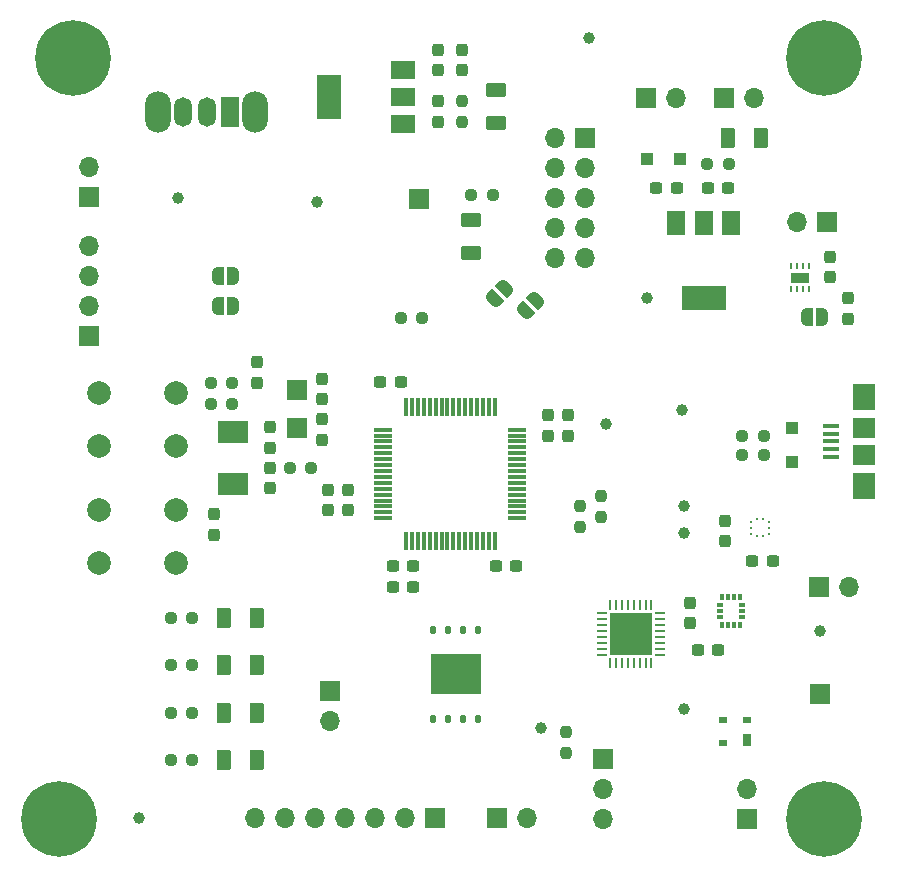
<source format=gbr>
%TF.GenerationSoftware,KiCad,Pcbnew,8.0.0-8.0.0-1~ubuntu22.04.1*%
%TF.CreationDate,2024-03-08T11:34:30-08:00*%
%TF.ProjectId,A1-FlightComputer,41312d46-6c69-4676-9874-436f6d707574,rev?*%
%TF.SameCoordinates,Original*%
%TF.FileFunction,Soldermask,Top*%
%TF.FilePolarity,Negative*%
%FSLAX46Y46*%
G04 Gerber Fmt 4.6, Leading zero omitted, Abs format (unit mm)*
G04 Created by KiCad (PCBNEW 8.0.0-8.0.0-1~ubuntu22.04.1) date 2024-03-08 11:34:30*
%MOMM*%
%LPD*%
G01*
G04 APERTURE LIST*
G04 Aperture macros list*
%AMRoundRect*
0 Rectangle with rounded corners*
0 $1 Rounding radius*
0 $2 $3 $4 $5 $6 $7 $8 $9 X,Y pos of 4 corners*
0 Add a 4 corners polygon primitive as box body*
4,1,4,$2,$3,$4,$5,$6,$7,$8,$9,$2,$3,0*
0 Add four circle primitives for the rounded corners*
1,1,$1+$1,$2,$3*
1,1,$1+$1,$4,$5*
1,1,$1+$1,$6,$7*
1,1,$1+$1,$8,$9*
0 Add four rect primitives between the rounded corners*
20,1,$1+$1,$2,$3,$4,$5,0*
20,1,$1+$1,$4,$5,$6,$7,0*
20,1,$1+$1,$6,$7,$8,$9,0*
20,1,$1+$1,$8,$9,$2,$3,0*%
%AMFreePoly0*
4,1,19,0.499999,-0.750000,0.000000,-0.750000,0.000000,-0.744912,-0.071157,-0.744911,-0.207708,-0.704816,-0.327430,-0.627875,-0.420627,-0.520320,-0.479746,-0.390866,-0.500000,-0.250000,-0.500000,0.250000,-0.479746,0.390866,-0.420627,0.520320,-0.327430,0.627875,-0.207708,0.704816,-0.071157,0.744911,0.000000,0.744912,0.000000,0.750000,0.499999,0.750000,0.499999,-0.750000,0.499999,-0.750000,
$1*%
%AMFreePoly1*
4,1,19,0.000000,0.744912,0.071157,0.744911,0.207708,0.704816,0.327430,0.627875,0.420627,0.520320,0.479746,0.390866,0.500000,0.250000,0.500000,-0.250000,0.479746,-0.390866,0.420627,-0.520320,0.327430,-0.627875,0.207708,-0.704816,0.071157,-0.744911,0.000000,-0.744912,0.000000,-0.750000,-0.499999,-0.750000,-0.499999,0.750000,0.000000,0.750000,0.000000,0.744912,0.000000,0.744912,
$1*%
G04 Aperture macros list end*
%ADD10RoundRect,0.237500X0.300000X0.237500X-0.300000X0.237500X-0.300000X-0.237500X0.300000X-0.237500X0*%
%ADD11RoundRect,0.237500X-0.237500X0.300000X-0.237500X-0.300000X0.237500X-0.300000X0.237500X0.300000X0*%
%ADD12RoundRect,0.250000X0.375000X0.625000X-0.375000X0.625000X-0.375000X-0.625000X0.375000X-0.625000X0*%
%ADD13RoundRect,0.237500X0.237500X-0.300000X0.237500X0.300000X-0.237500X0.300000X-0.237500X-0.300000X0*%
%ADD14R,1.700000X1.700000*%
%ADD15O,1.700000X1.700000*%
%ADD16FreePoly0,225.000000*%
%ADD17FreePoly1,225.000000*%
%ADD18RoundRect,0.237500X-0.250000X-0.237500X0.250000X-0.237500X0.250000X0.237500X-0.250000X0.237500X0*%
%ADD19RoundRect,0.250000X0.625000X-0.375000X0.625000X0.375000X-0.625000X0.375000X-0.625000X-0.375000X0*%
%ADD20RoundRect,0.237500X0.250000X0.237500X-0.250000X0.237500X-0.250000X-0.237500X0.250000X-0.237500X0*%
%ADD21C,1.000000*%
%ADD22RoundRect,0.237500X-0.237500X0.250000X-0.237500X-0.250000X0.237500X-0.250000X0.237500X0.250000X0*%
%ADD23RoundRect,0.125000X0.125000X-0.200000X0.125000X0.200000X-0.125000X0.200000X-0.125000X-0.200000X0*%
%ADD24R,4.300000X3.400000*%
%ADD25R,1.800000X1.750000*%
%ADD26C,6.400000*%
%ADD27RoundRect,0.075000X-0.700000X-0.075000X0.700000X-0.075000X0.700000X0.075000X-0.700000X0.075000X0*%
%ADD28RoundRect,0.075000X-0.075000X-0.700000X0.075000X-0.700000X0.075000X0.700000X-0.075000X0.700000X0*%
%ADD29RoundRect,0.250000X-0.300000X0.300000X-0.300000X-0.300000X0.300000X-0.300000X0.300000X0.300000X0*%
%ADD30R,2.500000X1.900000*%
%ADD31FreePoly0,180.000000*%
%ADD32FreePoly1,180.000000*%
%ADD33R,1.400000X0.400000*%
%ADD34R,1.900000X2.300000*%
%ADD35R,1.900000X1.800000*%
%ADD36C,2.000000*%
%ADD37R,1.500000X2.000000*%
%ADD38R,3.800000X2.000000*%
%ADD39RoundRect,0.237500X-0.300000X-0.237500X0.300000X-0.237500X0.300000X0.237500X-0.300000X0.237500X0*%
%ADD40O,2.200000X3.500000*%
%ADD41R,1.500000X2.500000*%
%ADD42O,1.500000X2.500000*%
%ADD43RoundRect,0.250000X-0.625000X0.375000X-0.625000X-0.375000X0.625000X-0.375000X0.625000X0.375000X0*%
%ADD44R,0.351536X0.576580*%
%ADD45R,0.576580X0.351536*%
%ADD46RoundRect,0.062500X0.062500X-0.375000X0.062500X0.375000X-0.062500X0.375000X-0.062500X-0.375000X0*%
%ADD47RoundRect,0.062500X0.375000X-0.062500X0.375000X0.062500X-0.375000X0.062500X-0.375000X-0.062500X0*%
%ADD48R,3.600000X3.600000*%
%ADD49R,0.250000X0.500000*%
%ADD50R,1.600000X0.900000*%
%ADD51RoundRect,0.237500X0.237500X-0.250000X0.237500X0.250000X-0.237500X0.250000X-0.237500X-0.250000X0*%
%ADD52R,0.254000X0.279400*%
%ADD53R,0.279400X0.254000*%
%ADD54R,2.000000X1.500000*%
%ADD55R,2.000000X3.800000*%
%ADD56R,0.700000X1.000000*%
%ADD57R,0.700000X0.600000*%
%ADD58RoundRect,0.250000X0.300000X0.300000X-0.300000X0.300000X-0.300000X-0.300000X0.300000X-0.300000X0*%
G04 APERTURE END LIST*
D10*
%TO.C,C207*%
X152551300Y-89692000D03*
X150826300Y-89692000D03*
%TD*%
D11*
%TO.C,C304*%
X175950000Y-92787500D03*
X175950000Y-94512500D03*
%TD*%
D12*
%TO.C,D303*%
X139311200Y-98098000D03*
X136511200Y-98098000D03*
%TD*%
D13*
%TO.C,C401*%
X156646400Y-47679300D03*
X156646400Y-45954300D03*
%TD*%
D14*
%TO.C,SW301*%
X125103298Y-58450000D03*
D15*
X125103298Y-55910000D03*
%TD*%
D16*
%TO.C,JP203*%
X160300000Y-66150000D03*
D17*
X159380762Y-67069238D03*
%TD*%
D18*
%TO.C,R201*%
X135402700Y-75960800D03*
X137227700Y-75960800D03*
%TD*%
D12*
%TO.C,D304*%
X139311200Y-94098000D03*
X136511200Y-94098000D03*
%TD*%
%TO.C,D301*%
X139311200Y-106098000D03*
X136511200Y-106098000D03*
%TD*%
D18*
%TO.C,R203*%
X151487500Y-68700000D03*
X153312500Y-68700000D03*
%TD*%
D19*
%TO.C,D201*%
X157460600Y-63214600D03*
X157460600Y-60414600D03*
%TD*%
D20*
%TO.C,R306*%
X133823700Y-98098000D03*
X131998700Y-98098000D03*
%TD*%
D14*
%TO.C,J301*%
X154380000Y-111000000D03*
D15*
X151840000Y-111000000D03*
X149300000Y-111000000D03*
X146760000Y-111000000D03*
X144220000Y-111000000D03*
X141680000Y-111000000D03*
X139140000Y-111000000D03*
%TD*%
D13*
%TO.C,C302*%
X178917600Y-87579200D03*
X178917600Y-85854200D03*
%TD*%
D18*
%TO.C,R204*%
X142089500Y-81381600D03*
X143914500Y-81381600D03*
%TD*%
D11*
%TO.C,C214*%
X163982400Y-76912300D03*
X163982400Y-78637300D03*
%TD*%
D21*
%TO.C,TP205*%
X132650000Y-58550000D03*
%TD*%
%TO.C,TP401*%
X167400000Y-44950000D03*
%TD*%
%TO.C,TP207*%
X187000000Y-95200000D03*
%TD*%
D22*
%TO.C,R402*%
X156646400Y-50271200D03*
X156646400Y-52096200D03*
%TD*%
D23*
%TO.C,U202*%
X154228800Y-102597600D03*
X155498800Y-102597600D03*
X156768800Y-102597600D03*
X158038800Y-102597600D03*
X158038800Y-95097600D03*
X156768800Y-95097600D03*
X155498800Y-95097600D03*
X154228800Y-95097600D03*
D24*
X156133800Y-98847600D03*
%TD*%
D11*
%TO.C,C201*%
X144840000Y-73813500D03*
X144840000Y-75538500D03*
%TD*%
D25*
%TO.C,Y201*%
X142655600Y-78028200D03*
X142655600Y-74778200D03*
%TD*%
D13*
%TO.C,C305*%
X189313869Y-68752900D03*
X189313869Y-67027900D03*
%TD*%
D16*
%TO.C,JP204*%
X162950000Y-67200000D03*
D17*
X162030762Y-68119238D03*
%TD*%
D21*
%TO.C,TP402*%
X172310000Y-67005600D03*
%TD*%
%TO.C,TP201*%
X175449200Y-84614000D03*
%TD*%
D22*
%TO.C,R303*%
X165505000Y-103710000D03*
X165505000Y-105535000D03*
%TD*%
D10*
%TO.C,C402*%
X174824000Y-57658800D03*
X173099000Y-57658800D03*
%TD*%
D14*
%TO.C,J202*%
X153000000Y-58600000D03*
%TD*%
D26*
%TO.C,H104*%
X122555000Y-111125000D03*
%TD*%
D27*
%TO.C,U201*%
X150003000Y-78139400D03*
X150003000Y-78639400D03*
X150003000Y-79139400D03*
X150003000Y-79639400D03*
X150003000Y-80139400D03*
X150003000Y-80639400D03*
X150003000Y-81139400D03*
X150003000Y-81639400D03*
X150003000Y-82139400D03*
X150003000Y-82639400D03*
X150003000Y-83139400D03*
X150003000Y-83639400D03*
X150003000Y-84139400D03*
X150003000Y-84639400D03*
X150003000Y-85139400D03*
X150003000Y-85639400D03*
D28*
X151928000Y-87564400D03*
X152428000Y-87564400D03*
X152928000Y-87564400D03*
X153428000Y-87564400D03*
X153928000Y-87564400D03*
X154428000Y-87564400D03*
X154928000Y-87564400D03*
X155428000Y-87564400D03*
X155928000Y-87564400D03*
X156428000Y-87564400D03*
X156928000Y-87564400D03*
X157428000Y-87564400D03*
X157928000Y-87564400D03*
X158428000Y-87564400D03*
X158928000Y-87564400D03*
X159428000Y-87564400D03*
D27*
X161353000Y-85639400D03*
X161353000Y-85139400D03*
X161353000Y-84639400D03*
X161353000Y-84139400D03*
X161353000Y-83639400D03*
X161353000Y-83139400D03*
X161353000Y-82639400D03*
X161353000Y-82139400D03*
X161353000Y-81639400D03*
X161353000Y-81139400D03*
X161353000Y-80639400D03*
X161353000Y-80139400D03*
X161353000Y-79639400D03*
X161353000Y-79139400D03*
X161353000Y-78639400D03*
X161353000Y-78139400D03*
D28*
X159428000Y-76214400D03*
X158928000Y-76214400D03*
X158428000Y-76214400D03*
X157928000Y-76214400D03*
X157428000Y-76214400D03*
X156928000Y-76214400D03*
X156428000Y-76214400D03*
X155928000Y-76214400D03*
X155428000Y-76214400D03*
X154928000Y-76214400D03*
X154428000Y-76214400D03*
X153928000Y-76214400D03*
X153428000Y-76214400D03*
X152928000Y-76214400D03*
X152428000Y-76214400D03*
X151928000Y-76214400D03*
%TD*%
D21*
%TO.C,TP208*%
X129275000Y-111050000D03*
%TD*%
D11*
%TO.C,C306*%
X187858800Y-63514300D03*
X187858800Y-65239300D03*
%TD*%
D14*
%TO.C,J304*%
X180775000Y-111100000D03*
D15*
X180775000Y-108560000D03*
%TD*%
D21*
%TO.C,TP206*%
X175300000Y-76500000D03*
%TD*%
D11*
%TO.C,C405*%
X154665200Y-50323100D03*
X154665200Y-52048100D03*
%TD*%
D29*
%TO.C,D404*%
X184612600Y-78033100D03*
X184612600Y-80833100D03*
%TD*%
D30*
%TO.C,Y202*%
X137312400Y-82702400D03*
X137312400Y-78302400D03*
%TD*%
D14*
%TO.C,J201*%
X186950000Y-100500000D03*
%TD*%
D31*
%TO.C,JP202*%
X137299998Y-67650000D03*
D32*
X136000000Y-67650000D03*
%TD*%
D33*
%TO.C,J402*%
X187889500Y-80432600D03*
X187889500Y-79782600D03*
X187889500Y-79132600D03*
X187889500Y-78482600D03*
X187889500Y-77832600D03*
D34*
X190739500Y-82882600D03*
D35*
X190739500Y-80282600D03*
X190739500Y-77982600D03*
D34*
X190739500Y-75382600D03*
%TD*%
D36*
%TO.C,SW202*%
X125950000Y-84937600D03*
X132450000Y-84937600D03*
X125950000Y-89437600D03*
X132450000Y-89437600D03*
%TD*%
D14*
%TO.C,J305*%
X186875000Y-91485000D03*
D15*
X189415000Y-91485000D03*
%TD*%
D13*
%TO.C,C212*%
X145293600Y-84958500D03*
X145293600Y-83233500D03*
%TD*%
D12*
%TO.C,D402*%
X179215600Y-53450000D03*
X182015600Y-53450000D03*
%TD*%
D21*
%TO.C,TP209*%
X168859200Y-77673200D03*
%TD*%
D37*
%TO.C,U401*%
X179410000Y-60655600D03*
X177110000Y-60655600D03*
D38*
X177110000Y-66955600D03*
D37*
X174810000Y-60655600D03*
%TD*%
D39*
%TO.C,C210*%
X149749700Y-74121400D03*
X151474700Y-74121400D03*
%TD*%
D14*
%TO.C,J303*%
X125100000Y-70175000D03*
D15*
X125100000Y-67635000D03*
X125100000Y-65095000D03*
X125100000Y-62555000D03*
%TD*%
D40*
%TO.C,SW203*%
X139150000Y-51200000D03*
X130950000Y-51200000D03*
D41*
X137050000Y-51200000D03*
D42*
X135050000Y-51200000D03*
X133050000Y-51200000D03*
%TD*%
D18*
%TO.C,R401*%
X177414800Y-55677600D03*
X179239800Y-55677600D03*
%TD*%
D20*
%TO.C,R305*%
X133823700Y-102098000D03*
X131998700Y-102098000D03*
%TD*%
D43*
%TO.C,D403*%
X159550000Y-49350000D03*
X159550000Y-52150000D03*
%TD*%
D18*
%TO.C,R206*%
X180397100Y-78675400D03*
X182222100Y-78675400D03*
%TD*%
D39*
%TO.C,C404*%
X177466700Y-57658800D03*
X179191700Y-57658800D03*
%TD*%
D44*
%TO.C,U302*%
X180200000Y-92279400D03*
X179699999Y-92279400D03*
X179199999Y-92279400D03*
X178699998Y-92279400D03*
D45*
X178493699Y-92989701D03*
X178493699Y-93489700D03*
X178493699Y-93989699D03*
D44*
X178699998Y-94700000D03*
X179199999Y-94700000D03*
X179699999Y-94700000D03*
X180200000Y-94700000D03*
D45*
X180406299Y-93989699D03*
X180406299Y-93489700D03*
X180406299Y-92989701D03*
%TD*%
D10*
%TO.C,C209*%
X161238100Y-89712800D03*
X159513100Y-89712800D03*
%TD*%
D21*
%TO.C,TP204*%
X175500000Y-101750000D03*
%TD*%
D14*
%TO.C,J204*%
X145525000Y-100250000D03*
D15*
X145525000Y-102790000D03*
%TD*%
D18*
%TO.C,R205*%
X180399000Y-80301000D03*
X182224000Y-80301000D03*
%TD*%
D39*
%TO.C,C301*%
X181255500Y-89255600D03*
X182980500Y-89255600D03*
%TD*%
D26*
%TO.C,H103*%
X187325000Y-111125000D03*
%TD*%
D14*
%TO.C,J306*%
X187558800Y-60551993D03*
D15*
X185018800Y-60551993D03*
%TD*%
D14*
%TO.C,J203*%
X159660000Y-111000000D03*
D15*
X162200000Y-111000000D03*
%TD*%
D20*
%TO.C,R304*%
X133823700Y-106098000D03*
X131998700Y-106098000D03*
%TD*%
D18*
%TO.C,R202*%
X135402700Y-74160800D03*
X137227700Y-74160800D03*
%TD*%
D46*
%TO.C,U304*%
X169200000Y-97887500D03*
X169700000Y-97887500D03*
X170200000Y-97887500D03*
X170700000Y-97887500D03*
X171200000Y-97887500D03*
X171700000Y-97887500D03*
X172200000Y-97887500D03*
X172700000Y-97887500D03*
D47*
X173387500Y-97200000D03*
X173387500Y-96700000D03*
X173387500Y-96200000D03*
X173387500Y-95700000D03*
X173387500Y-95200000D03*
X173387500Y-94700000D03*
X173387500Y-94200000D03*
X173387500Y-93700000D03*
D46*
X172700000Y-93012500D03*
X172200000Y-93012500D03*
X171700000Y-93012500D03*
X171200000Y-93012500D03*
X170700000Y-93012500D03*
X170200000Y-93012500D03*
X169700000Y-93012500D03*
X169200000Y-93012500D03*
D47*
X168512500Y-93700000D03*
X168512500Y-94200000D03*
X168512500Y-94700000D03*
X168512500Y-95200000D03*
X168512500Y-95700000D03*
X168512500Y-96200000D03*
X168512500Y-96700000D03*
X168512500Y-97200000D03*
D48*
X170950000Y-95450000D03*
%TD*%
D13*
%TO.C,C204*%
X140372200Y-83107700D03*
X140372200Y-81382700D03*
%TD*%
%TO.C,C211*%
X146970000Y-84958500D03*
X146970000Y-83233500D03*
%TD*%
D31*
%TO.C,JP301*%
X187177600Y-68624393D03*
D32*
X185877600Y-68624393D03*
%TD*%
D36*
%TO.C,SW201*%
X132450000Y-79552800D03*
X125950000Y-79552800D03*
X132450000Y-75052800D03*
X125950000Y-75052800D03*
%TD*%
D49*
%TO.C,U303*%
X186018000Y-64321593D03*
X185518000Y-64321593D03*
X185018000Y-64321593D03*
X184518000Y-64321593D03*
X184518000Y-66221593D03*
X185018000Y-66221593D03*
X185518000Y-66221593D03*
X186018000Y-66221593D03*
D50*
X185268000Y-65271593D03*
%TD*%
D20*
%TO.C,R307*%
X133823700Y-94098000D03*
X131998700Y-94098000D03*
%TD*%
D11*
%TO.C,C203*%
X140372200Y-77928300D03*
X140372200Y-79653300D03*
%TD*%
D21*
%TO.C,TP203*%
X175500000Y-86900000D03*
%TD*%
D31*
%TO.C,JP201*%
X137299998Y-65100000D03*
D32*
X136000000Y-65100000D03*
%TD*%
D13*
%TO.C,C202*%
X144840000Y-78992900D03*
X144840000Y-77267900D03*
%TD*%
D21*
%TO.C,TP202*%
X163375000Y-103400000D03*
%TD*%
D51*
%TO.C,R301*%
X166624000Y-86408900D03*
X166624000Y-84583900D03*
%TD*%
D52*
%TO.C,U301*%
X181668237Y-87178374D03*
X182168363Y-87178374D03*
D53*
X182667600Y-86929200D03*
X182667600Y-86429074D03*
X182667600Y-85928948D03*
D52*
X182168363Y-85679774D03*
X181668237Y-85679774D03*
D53*
X181169000Y-85928948D03*
X181169000Y-86429074D03*
X181169000Y-86929200D03*
%TD*%
D11*
%TO.C,C205*%
X135686800Y-85294300D03*
X135686800Y-87019300D03*
%TD*%
D20*
%TO.C,R207*%
X159268600Y-58309400D03*
X157443600Y-58309400D03*
%TD*%
D11*
%TO.C,C213*%
X165658800Y-76912300D03*
X165658800Y-78637300D03*
%TD*%
D26*
%TO.C,H102*%
X187325000Y-46685200D03*
%TD*%
D14*
%TO.C,J205*%
X167100000Y-53480000D03*
D15*
X164560000Y-53480000D03*
X167100000Y-56020000D03*
X164560000Y-56020000D03*
X167100000Y-58560000D03*
X164560000Y-58560000D03*
X167100000Y-61100000D03*
X164560000Y-61100000D03*
X167100000Y-63640000D03*
X164560000Y-63640000D03*
%TD*%
D11*
%TO.C,C206*%
X139265200Y-72433100D03*
X139265200Y-74158100D03*
%TD*%
D22*
%TO.C,R302*%
X168402000Y-83720300D03*
X168402000Y-85545300D03*
%TD*%
D14*
%TO.C,J401*%
X172239400Y-50071000D03*
D15*
X174779400Y-50071000D03*
%TD*%
D10*
%TO.C,C303*%
X178362500Y-96800000D03*
X176637500Y-96800000D03*
%TD*%
D26*
%TO.C,H101*%
X123748800Y-46685200D03*
%TD*%
D12*
%TO.C,D302*%
X139311200Y-102098000D03*
X136511200Y-102098000D03*
%TD*%
D54*
%TO.C,U402*%
X151668400Y-52266400D03*
X151668400Y-49966400D03*
D55*
X145368400Y-49966400D03*
D54*
X151668400Y-47666400D03*
%TD*%
D56*
%TO.C,Q301*%
X180750000Y-104450000D03*
D57*
X180750000Y-102750000D03*
X178750000Y-102750000D03*
X178750000Y-104650000D03*
%TD*%
D58*
%TO.C,D401*%
X175100000Y-55248800D03*
X172300000Y-55248800D03*
%TD*%
D14*
%TO.C,SW401*%
X178884200Y-50051600D03*
D15*
X181424200Y-50051600D03*
%TD*%
D21*
%TO.C,TP403*%
X144400000Y-58850000D03*
%TD*%
D14*
%TO.C,J302*%
X168605000Y-106010000D03*
D15*
X168605000Y-108550000D03*
X168605000Y-111090000D03*
%TD*%
D13*
%TO.C,C403*%
X154665200Y-47680400D03*
X154665200Y-45955400D03*
%TD*%
D10*
%TO.C,C208*%
X152551300Y-91490800D03*
X150826300Y-91490800D03*
%TD*%
M02*

</source>
